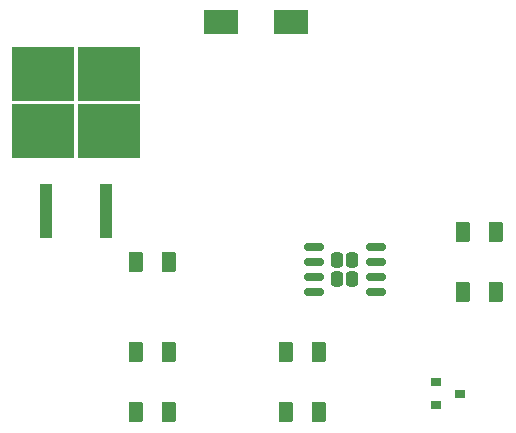
<source format=gbr>
G04 #@! TF.GenerationSoftware,KiCad,Pcbnew,7.0.7*
G04 #@! TF.CreationDate,2023-08-23T14:54:37-06:00*
G04 #@! TF.ProjectId,seedlab-power,73656564-6c61-4622-9d70-6f7765722e6b,rev?*
G04 #@! TF.SameCoordinates,Original*
G04 #@! TF.FileFunction,Paste,Top*
G04 #@! TF.FilePolarity,Positive*
%FSLAX46Y46*%
G04 Gerber Fmt 4.6, Leading zero omitted, Abs format (unit mm)*
G04 Created by KiCad (PCBNEW 7.0.7) date 2023-08-23 14:54:37*
%MOMM*%
%LPD*%
G01*
G04 APERTURE LIST*
G04 Aperture macros list*
%AMRoundRect*
0 Rectangle with rounded corners*
0 $1 Rounding radius*
0 $2 $3 $4 $5 $6 $7 $8 $9 X,Y pos of 4 corners*
0 Add a 4 corners polygon primitive as box body*
4,1,4,$2,$3,$4,$5,$6,$7,$8,$9,$2,$3,0*
0 Add four circle primitives for the rounded corners*
1,1,$1+$1,$2,$3*
1,1,$1+$1,$4,$5*
1,1,$1+$1,$6,$7*
1,1,$1+$1,$8,$9*
0 Add four rect primitives between the rounded corners*
20,1,$1+$1,$2,$3,$4,$5,0*
20,1,$1+$1,$4,$5,$6,$7,0*
20,1,$1+$1,$6,$7,$8,$9,0*
20,1,$1+$1,$8,$9,$2,$3,0*%
G04 Aperture macros list end*
%ADD10RoundRect,0.250000X-0.375000X-0.625000X0.375000X-0.625000X0.375000X0.625000X-0.375000X0.625000X0*%
%ADD11R,3.000000X2.000000*%
%ADD12R,0.900000X0.800000*%
%ADD13R,5.250000X4.550000*%
%ADD14R,1.100000X4.600000*%
%ADD15RoundRect,0.250000X-0.255000X-0.395000X0.255000X-0.395000X0.255000X0.395000X-0.255000X0.395000X0*%
%ADD16RoundRect,0.150000X-0.662500X-0.150000X0.662500X-0.150000X0.662500X0.150000X-0.662500X0.150000X0*%
G04 APERTURE END LIST*
D10*
X63240000Y-66040000D03*
X66040000Y-66040000D03*
X63240000Y-71120000D03*
X66040000Y-71120000D03*
D11*
X42720000Y-48260000D03*
X48720000Y-48260000D03*
D12*
X62960000Y-79690000D03*
X60960000Y-78740000D03*
X60960000Y-80640000D03*
D13*
X27705000Y-57470000D03*
X33255000Y-57470000D03*
X27705000Y-52620000D03*
X33255000Y-52620000D03*
D14*
X27940000Y-64195000D03*
X33020000Y-64195000D03*
D10*
X35560000Y-68580000D03*
X38360000Y-68580000D03*
X48260000Y-76200000D03*
X51060000Y-76200000D03*
X35560000Y-76200000D03*
X38360000Y-76200000D03*
X35560000Y-81280000D03*
X38360000Y-81280000D03*
X48260000Y-81280000D03*
X51060000Y-81280000D03*
D15*
X52612500Y-68415000D03*
X52612500Y-70015000D03*
X53872500Y-68415000D03*
X53872500Y-70015000D03*
D16*
X50605000Y-67310000D03*
X50605000Y-68580000D03*
X50605000Y-69850000D03*
X50605000Y-71120000D03*
X55880000Y-71120000D03*
X55880000Y-69850000D03*
X55880000Y-68580000D03*
X55880000Y-67310000D03*
M02*

</source>
